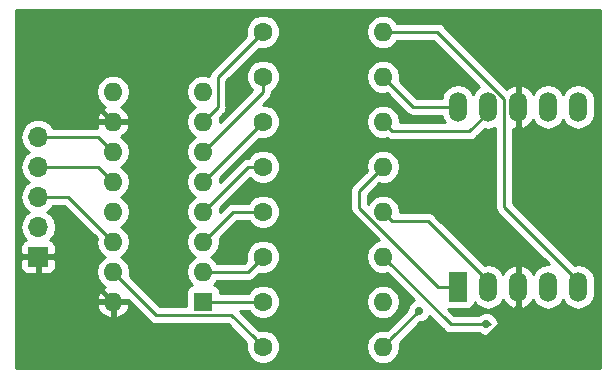
<source format=gbr>
G04 #@! TF.GenerationSoftware,KiCad,Pcbnew,(5.0.1-3-g963ef8bb5)*
G04 #@! TF.CreationDate,2018-11-27T14:44:22+08:00*
G04 #@! TF.ProjectId,SevenSegmentDisplayBoard,536576656E5365676D656E7444697370,1.0*
G04 #@! TF.SameCoordinates,Original*
G04 #@! TF.FileFunction,Copper,L1,Top,Signal*
G04 #@! TF.FilePolarity,Positive*
%FSLAX46Y46*%
G04 Gerber Fmt 4.6, Leading zero omitted, Abs format (unit mm)*
G04 Created by KiCad (PCBNEW (5.0.1-3-g963ef8bb5)) date 2018 November 27, Tuesday 14:44:22*
%MOMM*%
%LPD*%
G01*
G04 APERTURE LIST*
G04 #@! TA.AperFunction,ComponentPad*
%ADD10R,1.700000X1.700000*%
G04 #@! TD*
G04 #@! TA.AperFunction,ComponentPad*
%ADD11O,1.700000X1.700000*%
G04 #@! TD*
G04 #@! TA.AperFunction,ComponentPad*
%ADD12C,1.600000*%
G04 #@! TD*
G04 #@! TA.AperFunction,ComponentPad*
%ADD13O,1.600000X1.600000*%
G04 #@! TD*
G04 #@! TA.AperFunction,ComponentPad*
%ADD14R,1.600000X1.600000*%
G04 #@! TD*
G04 #@! TA.AperFunction,ComponentPad*
%ADD15O,1.524000X2.524000*%
G04 #@! TD*
G04 #@! TA.AperFunction,ComponentPad*
%ADD16R,1.524000X2.524000*%
G04 #@! TD*
G04 #@! TA.AperFunction,ViaPad*
%ADD17C,0.700000*%
G04 #@! TD*
G04 #@! TA.AperFunction,Conductor*
%ADD18C,0.400000*%
G04 #@! TD*
G04 #@! TA.AperFunction,Conductor*
%ADD19C,0.250000*%
G04 #@! TD*
G04 #@! TA.AperFunction,Conductor*
%ADD20C,0.254000*%
G04 #@! TD*
G04 APERTURE END LIST*
D10*
G04 #@! TO.P,J1,1*
G04 #@! TO.N,VCC*
X133350000Y-86360000D03*
D11*
G04 #@! TO.P,J1,2*
G04 #@! TO.N,GND*
X133350000Y-83820000D03*
G04 #@! TO.P,J1,3*
G04 #@! TO.N,/LATCH*
X133350000Y-81280000D03*
G04 #@! TO.P,J1,4*
G04 #@! TO.N,/CLOCK*
X133350000Y-78740000D03*
G04 #@! TO.P,J1,5*
G04 #@! TO.N,/DATA*
X133350000Y-76200000D03*
G04 #@! TD*
D12*
G04 #@! TO.P,R1,1*
G04 #@! TO.N,/sg7*
X152400000Y-67310000D03*
D13*
G04 #@! TO.P,R1,2*
G04 #@! TO.N,Net-(R1-Pad2)*
X162560000Y-67310000D03*
G04 #@! TD*
G04 #@! TO.P,R2,2*
G04 #@! TO.N,Net-(R2-Pad2)*
X162560000Y-71120000D03*
D12*
G04 #@! TO.P,R2,1*
G04 #@! TO.N,/sg6*
X152400000Y-71120000D03*
G04 #@! TD*
G04 #@! TO.P,R3,1*
G04 #@! TO.N,/sg5*
X152400000Y-74930000D03*
D13*
G04 #@! TO.P,R3,2*
G04 #@! TO.N,Net-(R3-Pad2)*
X162560000Y-74930000D03*
G04 #@! TD*
G04 #@! TO.P,R4,2*
G04 #@! TO.N,Net-(R4-Pad2)*
X162560000Y-78740000D03*
D12*
G04 #@! TO.P,R4,1*
G04 #@! TO.N,/sg4*
X152400000Y-78740000D03*
G04 #@! TD*
G04 #@! TO.P,R5,1*
G04 #@! TO.N,/sg3*
X152400000Y-82550000D03*
D13*
G04 #@! TO.P,R5,2*
G04 #@! TO.N,Net-(R5-Pad2)*
X162560000Y-82550000D03*
G04 #@! TD*
G04 #@! TO.P,R6,2*
G04 #@! TO.N,Net-(R6-Pad2)*
X162560000Y-86360000D03*
D12*
G04 #@! TO.P,R6,1*
G04 #@! TO.N,/sg2*
X152400000Y-86360000D03*
G04 #@! TD*
G04 #@! TO.P,R7,1*
G04 #@! TO.N,/sg1*
X152400000Y-90170000D03*
D13*
G04 #@! TO.P,R7,2*
G04 #@! TO.N,Net-(R7-Pad2)*
X162560000Y-90170000D03*
G04 #@! TD*
G04 #@! TO.P,R8,2*
G04 #@! TO.N,Net-(R8-Pad2)*
X162560000Y-93980000D03*
D12*
G04 #@! TO.P,R8,1*
G04 #@! TO.N,/sg0*
X152400000Y-93980000D03*
G04 #@! TD*
D14*
G04 #@! TO.P,U1,1*
G04 #@! TO.N,/sg1*
X147320000Y-90170000D03*
D13*
G04 #@! TO.P,U1,9*
G04 #@! TO.N,Net-(U1-Pad9)*
X139700000Y-72390000D03*
G04 #@! TO.P,U1,2*
G04 #@! TO.N,/sg2*
X147320000Y-87630000D03*
G04 #@! TO.P,U1,10*
G04 #@! TO.N,VCC*
X139700000Y-74930000D03*
G04 #@! TO.P,U1,3*
G04 #@! TO.N,/sg3*
X147320000Y-85090000D03*
G04 #@! TO.P,U1,11*
G04 #@! TO.N,/DATA*
X139700000Y-77470000D03*
G04 #@! TO.P,U1,4*
G04 #@! TO.N,/sg4*
X147320000Y-82550000D03*
G04 #@! TO.P,U1,12*
G04 #@! TO.N,/CLOCK*
X139700000Y-80010000D03*
G04 #@! TO.P,U1,5*
G04 #@! TO.N,/sg5*
X147320000Y-80010000D03*
G04 #@! TO.P,U1,13*
G04 #@! TO.N,GND*
X139700000Y-82550000D03*
G04 #@! TO.P,U1,6*
G04 #@! TO.N,/sg6*
X147320000Y-77470000D03*
G04 #@! TO.P,U1,14*
G04 #@! TO.N,/LATCH*
X139700000Y-85090000D03*
G04 #@! TO.P,U1,7*
G04 #@! TO.N,/sg7*
X147320000Y-74930000D03*
G04 #@! TO.P,U1,15*
G04 #@! TO.N,/sg0*
X139700000Y-87630000D03*
G04 #@! TO.P,U1,8*
G04 #@! TO.N,GND*
X147320000Y-72390000D03*
G04 #@! TO.P,U1,16*
G04 #@! TO.N,VCC*
X139700000Y-90170000D03*
G04 #@! TD*
D15*
G04 #@! TO.P,U2,10*
G04 #@! TO.N,Net-(R2-Pad2)*
X168910000Y-73660000D03*
G04 #@! TO.P,U2,9*
G04 #@! TO.N,Net-(R3-Pad2)*
X171450000Y-73660000D03*
G04 #@! TO.P,U2,8*
G04 #@! TO.N,VCC*
X173990000Y-73660000D03*
G04 #@! TO.P,U2,7*
G04 #@! TO.N,Net-(R8-Pad2)*
X176530000Y-73660000D03*
G04 #@! TO.P,U2,6*
G04 #@! TO.N,Net-(R7-Pad2)*
X179070000Y-73660000D03*
G04 #@! TO.P,U2,5*
G04 #@! TO.N,Net-(R1-Pad2)*
X179070000Y-88900000D03*
G04 #@! TO.P,U2,4*
G04 #@! TO.N,Net-(R6-Pad2)*
X176530000Y-88900000D03*
G04 #@! TO.P,U2,3*
G04 #@! TO.N,VCC*
X173990000Y-88900000D03*
G04 #@! TO.P,U2,2*
G04 #@! TO.N,Net-(R5-Pad2)*
X171450000Y-88900000D03*
D16*
G04 #@! TO.P,U2,1*
G04 #@! TO.N,Net-(R4-Pad2)*
X168910000Y-88900000D03*
G04 #@! TD*
D17*
G04 #@! TO.N,Net-(R6-Pad2)*
X171298959Y-92050959D03*
G04 #@! TO.N,Net-(R8-Pad2)*
X165608000Y-90932000D03*
G04 #@! TD*
D18*
G04 #@! TO.N,VCC*
X135890000Y-86360000D02*
X139700000Y-90170000D01*
X133350000Y-86360000D02*
X135890000Y-86360000D01*
X140970000Y-92710000D02*
X138430000Y-92710000D01*
X133350000Y-87630000D02*
X133350000Y-86360000D01*
X138430000Y-92710000D02*
X133350000Y-87630000D01*
X139700000Y-74930000D02*
X136652000Y-71882000D01*
X136652000Y-71882000D02*
X136652000Y-68580000D01*
X136652000Y-68580000D02*
X139700000Y-65532000D01*
X139700000Y-65532000D02*
X168656000Y-65532000D01*
X173990000Y-70866000D02*
X173990000Y-73660000D01*
X168656000Y-65532000D02*
X173990000Y-70866000D01*
X173990000Y-90562000D02*
X169048000Y-95504000D01*
X173990000Y-88900000D02*
X173990000Y-90562000D01*
X169048000Y-95504000D02*
X149352000Y-95504000D01*
X146558000Y-92710000D02*
X140970000Y-92710000D01*
X149352000Y-95504000D02*
X146558000Y-92710000D01*
X136652000Y-71882000D02*
X133858000Y-71882000D01*
X133858000Y-71882000D02*
X131572000Y-74168000D01*
X132100000Y-86360000D02*
X133350000Y-86360000D01*
X131572000Y-85832000D02*
X132100000Y-86360000D01*
X131572000Y-74168000D02*
X131572000Y-85832000D01*
D19*
G04 #@! TO.N,/LATCH*
X135890000Y-81280000D02*
X139700000Y-85090000D01*
X133350000Y-81280000D02*
X135890000Y-81280000D01*
G04 #@! TO.N,/CLOCK*
X138430000Y-78740000D02*
X139700000Y-80010000D01*
X133350000Y-78740000D02*
X138430000Y-78740000D01*
G04 #@! TO.N,/DATA*
X138430000Y-76200000D02*
X139700000Y-77470000D01*
X133350000Y-76200000D02*
X138430000Y-76200000D01*
G04 #@! TO.N,/sg7*
X148545001Y-71164999D02*
X151600001Y-68109999D01*
X148545001Y-73704999D02*
X148545001Y-71164999D01*
X151600001Y-68109999D02*
X152400000Y-67310000D01*
X147320000Y-74930000D02*
X148545001Y-73704999D01*
G04 #@! TO.N,Net-(R1-Pad2)*
X179070000Y-88400000D02*
X179070000Y-88900000D01*
X172802990Y-82132990D02*
X179070000Y-88400000D01*
X172802990Y-72975726D02*
X172802990Y-82132990D01*
X167137264Y-67310000D02*
X172802990Y-72975726D01*
X162560000Y-67310000D02*
X167137264Y-67310000D01*
G04 #@! TO.N,Net-(R2-Pad2)*
X165100000Y-73660000D02*
X168910000Y-73660000D01*
X162560000Y-71120000D02*
X165100000Y-73660000D01*
G04 #@! TO.N,/sg6*
X152400000Y-72390000D02*
X152400000Y-71120000D01*
X147320000Y-77470000D02*
X152400000Y-72390000D01*
G04 #@! TO.N,/sg5*
X147320000Y-80010000D02*
X152400000Y-74930000D01*
G04 #@! TO.N,Net-(R3-Pad2)*
X171450000Y-74160000D02*
X171450000Y-73660000D01*
X169880001Y-75729999D02*
X171450000Y-74160000D01*
X163359999Y-75729999D02*
X169880001Y-75729999D01*
X162560000Y-74930000D02*
X163359999Y-75729999D01*
G04 #@! TO.N,Net-(R4-Pad2)*
X162560000Y-78740000D02*
X160528000Y-80772000D01*
X167898000Y-88900000D02*
X168910000Y-88900000D01*
X167244998Y-88900000D02*
X167898000Y-88900000D01*
X160528000Y-82183002D02*
X167244998Y-88900000D01*
X160528000Y-80772000D02*
X160528000Y-82183002D01*
G04 #@! TO.N,/sg4*
X151130000Y-78740000D02*
X152400000Y-78740000D01*
X147320000Y-82550000D02*
X151130000Y-78740000D01*
G04 #@! TO.N,/sg3*
X149860000Y-82550000D02*
X152400000Y-82550000D01*
X147320000Y-85090000D02*
X149860000Y-82550000D01*
G04 #@! TO.N,Net-(R5-Pad2)*
X171450000Y-88400000D02*
X171450000Y-88900000D01*
X166399999Y-83349999D02*
X171450000Y-88400000D01*
X163359999Y-83349999D02*
X166399999Y-83349999D01*
X162560000Y-82550000D02*
X163359999Y-83349999D01*
G04 #@! TO.N,Net-(R6-Pad2)*
X162560000Y-86360000D02*
X168275000Y-92075000D01*
X168275000Y-92075000D02*
X171577000Y-92075000D01*
X171323000Y-92075000D02*
X171298959Y-92050959D01*
X171577000Y-92075000D02*
X171323000Y-92075000D01*
G04 #@! TO.N,/sg2*
X151130000Y-87630000D02*
X152400000Y-86360000D01*
X147320000Y-87630000D02*
X151130000Y-87630000D01*
G04 #@! TO.N,/sg1*
X147320000Y-90170000D02*
X152400000Y-90170000D01*
G04 #@! TO.N,Net-(R8-Pad2)*
X162560000Y-93980000D02*
X163359999Y-93180001D01*
X163359999Y-93180001D02*
X165608000Y-90932000D01*
G04 #@! TO.N,/sg0*
X151600001Y-93180001D02*
X152400000Y-93980000D01*
X149715001Y-91295001D02*
X151600001Y-93180001D01*
X143365001Y-91295001D02*
X149715001Y-91295001D01*
X139700000Y-87630000D02*
X143365001Y-91295001D01*
G04 #@! TD*
D20*
G04 #@! TO.N,VCC*
G36*
X180900001Y-95810000D02*
X131520000Y-95810000D01*
X131520000Y-90519039D01*
X138308096Y-90519039D01*
X138468959Y-90907423D01*
X138844866Y-91322389D01*
X139350959Y-91561914D01*
X139573000Y-91440629D01*
X139573000Y-90297000D01*
X139827000Y-90297000D01*
X139827000Y-91440629D01*
X140049041Y-91561914D01*
X140555134Y-91322389D01*
X140931041Y-90907423D01*
X141091904Y-90519039D01*
X140969915Y-90297000D01*
X139827000Y-90297000D01*
X139573000Y-90297000D01*
X138430085Y-90297000D01*
X138308096Y-90519039D01*
X131520000Y-90519039D01*
X131520000Y-86645750D01*
X131865000Y-86645750D01*
X131865000Y-87336310D01*
X131961673Y-87569699D01*
X132140302Y-87748327D01*
X132373691Y-87845000D01*
X133064250Y-87845000D01*
X133223000Y-87686250D01*
X133223000Y-86487000D01*
X133477000Y-86487000D01*
X133477000Y-87686250D01*
X133635750Y-87845000D01*
X134326309Y-87845000D01*
X134559698Y-87748327D01*
X134738327Y-87569699D01*
X134835000Y-87336310D01*
X134835000Y-86645750D01*
X134676250Y-86487000D01*
X133477000Y-86487000D01*
X133223000Y-86487000D01*
X132023750Y-86487000D01*
X131865000Y-86645750D01*
X131520000Y-86645750D01*
X131520000Y-76200000D01*
X131835908Y-76200000D01*
X131951161Y-76779418D01*
X132279375Y-77270625D01*
X132577761Y-77470000D01*
X132279375Y-77669375D01*
X131951161Y-78160582D01*
X131835908Y-78740000D01*
X131951161Y-79319418D01*
X132279375Y-79810625D01*
X132577761Y-80010000D01*
X132279375Y-80209375D01*
X131951161Y-80700582D01*
X131835908Y-81280000D01*
X131951161Y-81859418D01*
X132279375Y-82350625D01*
X132577761Y-82550000D01*
X132279375Y-82749375D01*
X131951161Y-83240582D01*
X131835908Y-83820000D01*
X131951161Y-84399418D01*
X132279375Y-84890625D01*
X132301033Y-84905096D01*
X132140302Y-84971673D01*
X131961673Y-85150301D01*
X131865000Y-85383690D01*
X131865000Y-86074250D01*
X132023750Y-86233000D01*
X133223000Y-86233000D01*
X133223000Y-86213000D01*
X133477000Y-86213000D01*
X133477000Y-86233000D01*
X134676250Y-86233000D01*
X134835000Y-86074250D01*
X134835000Y-85383690D01*
X134738327Y-85150301D01*
X134559698Y-84971673D01*
X134398967Y-84905096D01*
X134420625Y-84890625D01*
X134748839Y-84399418D01*
X134864092Y-83820000D01*
X134748839Y-83240582D01*
X134420625Y-82749375D01*
X134122239Y-82550000D01*
X134420625Y-82350625D01*
X134628178Y-82040000D01*
X135575199Y-82040000D01*
X138301312Y-84766114D01*
X138236887Y-85090000D01*
X138348260Y-85649909D01*
X138665423Y-86124577D01*
X139017758Y-86360000D01*
X138665423Y-86595423D01*
X138348260Y-87070091D01*
X138236887Y-87630000D01*
X138348260Y-88189909D01*
X138665423Y-88664577D01*
X139049108Y-88920947D01*
X138844866Y-89017611D01*
X138468959Y-89432577D01*
X138308096Y-89820961D01*
X138430085Y-90043000D01*
X139573000Y-90043000D01*
X139573000Y-90023000D01*
X139827000Y-90023000D01*
X139827000Y-90043000D01*
X140969915Y-90043000D01*
X140994128Y-89998929D01*
X142774671Y-91779473D01*
X142817072Y-91842930D01*
X143068464Y-92010905D01*
X143290149Y-92055001D01*
X143290153Y-92055001D01*
X143365000Y-92069889D01*
X143439847Y-92055001D01*
X149400200Y-92055001D01*
X150986896Y-93641698D01*
X150965000Y-93694561D01*
X150965000Y-94265439D01*
X151183466Y-94792862D01*
X151587138Y-95196534D01*
X152114561Y-95415000D01*
X152685439Y-95415000D01*
X153212862Y-95196534D01*
X153616534Y-94792862D01*
X153835000Y-94265439D01*
X153835000Y-93694561D01*
X153616534Y-93167138D01*
X153212862Y-92763466D01*
X152685439Y-92545000D01*
X152114561Y-92545000D01*
X152061698Y-92566896D01*
X150424801Y-90930000D01*
X151161570Y-90930000D01*
X151183466Y-90982862D01*
X151587138Y-91386534D01*
X152114561Y-91605000D01*
X152685439Y-91605000D01*
X153212862Y-91386534D01*
X153616534Y-90982862D01*
X153835000Y-90455439D01*
X153835000Y-90170000D01*
X161096887Y-90170000D01*
X161208260Y-90729909D01*
X161525423Y-91204577D01*
X162000091Y-91521740D01*
X162418667Y-91605000D01*
X162701333Y-91605000D01*
X163119909Y-91521740D01*
X163594577Y-91204577D01*
X163911740Y-90729909D01*
X164023113Y-90170000D01*
X163911740Y-89610091D01*
X163594577Y-89135423D01*
X163119909Y-88818260D01*
X162701333Y-88735000D01*
X162418667Y-88735000D01*
X162000091Y-88818260D01*
X161525423Y-89135423D01*
X161208260Y-89610091D01*
X161096887Y-90170000D01*
X153835000Y-90170000D01*
X153835000Y-89884561D01*
X153616534Y-89357138D01*
X153212862Y-88953466D01*
X152685439Y-88735000D01*
X152114561Y-88735000D01*
X151587138Y-88953466D01*
X151183466Y-89357138D01*
X151161570Y-89410000D01*
X148767440Y-89410000D01*
X148767440Y-89370000D01*
X148718157Y-89122235D01*
X148577809Y-88912191D01*
X148367765Y-88771843D01*
X148233894Y-88745215D01*
X148354577Y-88664577D01*
X148538043Y-88390000D01*
X151055153Y-88390000D01*
X151130000Y-88404888D01*
X151204847Y-88390000D01*
X151204852Y-88390000D01*
X151426537Y-88345904D01*
X151677929Y-88177929D01*
X151720331Y-88114470D01*
X152061698Y-87773103D01*
X152114561Y-87795000D01*
X152685439Y-87795000D01*
X153212862Y-87576534D01*
X153616534Y-87172862D01*
X153835000Y-86645439D01*
X153835000Y-86074561D01*
X153616534Y-85547138D01*
X153212862Y-85143466D01*
X152685439Y-84925000D01*
X152114561Y-84925000D01*
X151587138Y-85143466D01*
X151183466Y-85547138D01*
X150965000Y-86074561D01*
X150965000Y-86645439D01*
X150986897Y-86698302D01*
X150815199Y-86870000D01*
X148538043Y-86870000D01*
X148354577Y-86595423D01*
X148002242Y-86360000D01*
X148354577Y-86124577D01*
X148671740Y-85649909D01*
X148783113Y-85090000D01*
X148718688Y-84766114D01*
X150174803Y-83310000D01*
X151161570Y-83310000D01*
X151183466Y-83362862D01*
X151587138Y-83766534D01*
X152114561Y-83985000D01*
X152685439Y-83985000D01*
X153212862Y-83766534D01*
X153616534Y-83362862D01*
X153835000Y-82835439D01*
X153835000Y-82264561D01*
X153616534Y-81737138D01*
X153212862Y-81333466D01*
X152685439Y-81115000D01*
X152114561Y-81115000D01*
X151587138Y-81333466D01*
X151183466Y-81737138D01*
X151161570Y-81790000D01*
X149934846Y-81790000D01*
X149859999Y-81775112D01*
X149785152Y-81790000D01*
X149785148Y-81790000D01*
X149563463Y-81834096D01*
X149563461Y-81834097D01*
X149563462Y-81834097D01*
X149375526Y-81959671D01*
X149375524Y-81959673D01*
X149312071Y-82002071D01*
X149269673Y-82065524D01*
X148782595Y-82552602D01*
X148783113Y-82550000D01*
X148718688Y-82226113D01*
X150172801Y-80772000D01*
X159753112Y-80772000D01*
X159768000Y-80846847D01*
X159768001Y-82108151D01*
X159753112Y-82183002D01*
X159812097Y-82479539D01*
X159859178Y-82550000D01*
X159980072Y-82730931D01*
X160043528Y-82773331D01*
X162232273Y-84962076D01*
X162000091Y-85008260D01*
X161525423Y-85325423D01*
X161208260Y-85800091D01*
X161096887Y-86360000D01*
X161208260Y-86919909D01*
X161525423Y-87394577D01*
X162000091Y-87711740D01*
X162418667Y-87795000D01*
X162701333Y-87795000D01*
X162883887Y-87758688D01*
X165171745Y-90046547D01*
X165050042Y-90096958D01*
X164772958Y-90374042D01*
X164623000Y-90736071D01*
X164623000Y-90842198D01*
X162883887Y-92581312D01*
X162701333Y-92545000D01*
X162418667Y-92545000D01*
X162000091Y-92628260D01*
X161525423Y-92945423D01*
X161208260Y-93420091D01*
X161096887Y-93980000D01*
X161208260Y-94539909D01*
X161525423Y-95014577D01*
X162000091Y-95331740D01*
X162418667Y-95415000D01*
X162701333Y-95415000D01*
X163119909Y-95331740D01*
X163594577Y-95014577D01*
X163911740Y-94539909D01*
X164023113Y-93980000D01*
X163958688Y-93656113D01*
X165697802Y-91917000D01*
X165803929Y-91917000D01*
X166165958Y-91767042D01*
X166443042Y-91489958D01*
X166493453Y-91368255D01*
X167684671Y-92559473D01*
X167727071Y-92622929D01*
X167978463Y-92790904D01*
X168200148Y-92835000D01*
X168200152Y-92835000D01*
X168275000Y-92849888D01*
X168349848Y-92835000D01*
X170690000Y-92835000D01*
X170741001Y-92886001D01*
X171103030Y-93035959D01*
X171494888Y-93035959D01*
X171856917Y-92886001D01*
X172110041Y-92632877D01*
X172124929Y-92622929D01*
X172292904Y-92371537D01*
X172351889Y-92075000D01*
X172292904Y-91778463D01*
X172185927Y-91618361D01*
X172134001Y-91493001D01*
X171856917Y-91215917D01*
X171494888Y-91065959D01*
X171103030Y-91065959D01*
X170741001Y-91215917D01*
X170641918Y-91315000D01*
X168589802Y-91315000D01*
X168068411Y-90793609D01*
X168148000Y-90809440D01*
X169672000Y-90809440D01*
X169919765Y-90760157D01*
X170129809Y-90619809D01*
X170270157Y-90409765D01*
X170310162Y-90208643D01*
X170442821Y-90407180D01*
X170904919Y-90715944D01*
X171450000Y-90824368D01*
X171995082Y-90715944D01*
X172457180Y-90407180D01*
X172731580Y-89996511D01*
X172747941Y-90051941D01*
X173091974Y-90477630D01*
X173572723Y-90739260D01*
X173646930Y-90754220D01*
X173863000Y-90631720D01*
X173863000Y-89027000D01*
X173843000Y-89027000D01*
X173843000Y-88773000D01*
X173863000Y-88773000D01*
X173863000Y-87168280D01*
X173646930Y-87045780D01*
X173572723Y-87060740D01*
X173091974Y-87322370D01*
X172747941Y-87748059D01*
X172731580Y-87803489D01*
X172457179Y-87392820D01*
X171995081Y-87084056D01*
X171450000Y-86975632D01*
X171158431Y-87033629D01*
X166990330Y-82865529D01*
X166947928Y-82802070D01*
X166696536Y-82634095D01*
X166474851Y-82589999D01*
X166474846Y-82589999D01*
X166399999Y-82575111D01*
X166325152Y-82589999D01*
X164015157Y-82589999D01*
X164023113Y-82550000D01*
X163911740Y-81990091D01*
X163594577Y-81515423D01*
X163119909Y-81198260D01*
X162701333Y-81115000D01*
X162418667Y-81115000D01*
X162000091Y-81198260D01*
X161525423Y-81515423D01*
X161289022Y-81869223D01*
X161288000Y-81868201D01*
X161288000Y-81086801D01*
X162236114Y-80138688D01*
X162418667Y-80175000D01*
X162701333Y-80175000D01*
X163119909Y-80091740D01*
X163594577Y-79774577D01*
X163911740Y-79299909D01*
X164023113Y-78740000D01*
X163911740Y-78180091D01*
X163594577Y-77705423D01*
X163119909Y-77388260D01*
X162701333Y-77305000D01*
X162418667Y-77305000D01*
X162000091Y-77388260D01*
X161525423Y-77705423D01*
X161208260Y-78180091D01*
X161096887Y-78740000D01*
X161161312Y-79063886D01*
X160043530Y-80181669D01*
X159980071Y-80224071D01*
X159812096Y-80475464D01*
X159768000Y-80697149D01*
X159768000Y-80697153D01*
X159753112Y-80772000D01*
X150172801Y-80772000D01*
X151287703Y-79657099D01*
X151587138Y-79956534D01*
X152114561Y-80175000D01*
X152685439Y-80175000D01*
X153212862Y-79956534D01*
X153616534Y-79552862D01*
X153835000Y-79025439D01*
X153835000Y-78454561D01*
X153616534Y-77927138D01*
X153212862Y-77523466D01*
X152685439Y-77305000D01*
X152114561Y-77305000D01*
X151587138Y-77523466D01*
X151183466Y-77927138D01*
X151164864Y-77972047D01*
X151130000Y-77965112D01*
X151055152Y-77980000D01*
X151055148Y-77980000D01*
X150881605Y-78014520D01*
X150833462Y-78024096D01*
X150646418Y-78149076D01*
X150582071Y-78192071D01*
X150539671Y-78255527D01*
X148782595Y-80012603D01*
X148783113Y-80010000D01*
X148718688Y-79686113D01*
X152061698Y-76343104D01*
X152114561Y-76365000D01*
X152685439Y-76365000D01*
X153212862Y-76146534D01*
X153616534Y-75742862D01*
X153835000Y-75215439D01*
X153835000Y-74644561D01*
X153616534Y-74117138D01*
X153212862Y-73713466D01*
X152685439Y-73495000D01*
X152369802Y-73495000D01*
X152884473Y-72980329D01*
X152947929Y-72937929D01*
X153115904Y-72686537D01*
X153160000Y-72464852D01*
X153160000Y-72464847D01*
X153174888Y-72390000D01*
X153167953Y-72355136D01*
X153212862Y-72336534D01*
X153616534Y-71932862D01*
X153835000Y-71405439D01*
X153835000Y-70834561D01*
X153616534Y-70307138D01*
X153212862Y-69903466D01*
X152685439Y-69685000D01*
X152114561Y-69685000D01*
X151587138Y-69903466D01*
X151183466Y-70307138D01*
X150965000Y-70834561D01*
X150965000Y-71405439D01*
X151183466Y-71932862D01*
X151482901Y-72232297D01*
X148782595Y-74932603D01*
X148783113Y-74930000D01*
X148718688Y-74606114D01*
X149029474Y-74295328D01*
X149092930Y-74252928D01*
X149260905Y-74001536D01*
X149305001Y-73779851D01*
X149305001Y-73779847D01*
X149319889Y-73705000D01*
X149305001Y-73630153D01*
X149305001Y-71479800D01*
X152061699Y-68723104D01*
X152114561Y-68745000D01*
X152685439Y-68745000D01*
X153212862Y-68526534D01*
X153616534Y-68122862D01*
X153835000Y-67595439D01*
X153835000Y-67310000D01*
X161096887Y-67310000D01*
X161208260Y-67869909D01*
X161525423Y-68344577D01*
X162000091Y-68661740D01*
X162418667Y-68745000D01*
X162701333Y-68745000D01*
X163119909Y-68661740D01*
X163594577Y-68344577D01*
X163778043Y-68070000D01*
X166822463Y-68070000D01*
X170720046Y-71967584D01*
X170442820Y-72152821D01*
X170180000Y-72546159D01*
X169917179Y-72152820D01*
X169455081Y-71844056D01*
X168910000Y-71735632D01*
X168364918Y-71844056D01*
X167902820Y-72152821D01*
X167594056Y-72614919D01*
X167537350Y-72900000D01*
X165414803Y-72900000D01*
X163958688Y-71443886D01*
X164023113Y-71120000D01*
X163911740Y-70560091D01*
X163594577Y-70085423D01*
X163119909Y-69768260D01*
X162701333Y-69685000D01*
X162418667Y-69685000D01*
X162000091Y-69768260D01*
X161525423Y-70085423D01*
X161208260Y-70560091D01*
X161096887Y-71120000D01*
X161208260Y-71679909D01*
X161525423Y-72154577D01*
X162000091Y-72471740D01*
X162418667Y-72555000D01*
X162701333Y-72555000D01*
X162883886Y-72518688D01*
X164509673Y-74144476D01*
X164552071Y-74207929D01*
X164615524Y-74250327D01*
X164615526Y-74250329D01*
X164686255Y-74297588D01*
X164803463Y-74375904D01*
X165025148Y-74420000D01*
X165025152Y-74420000D01*
X165099999Y-74434888D01*
X165174846Y-74420000D01*
X167537349Y-74420000D01*
X167594056Y-74705082D01*
X167771068Y-74969999D01*
X164015157Y-74969999D01*
X164023113Y-74930000D01*
X163911740Y-74370091D01*
X163594577Y-73895423D01*
X163119909Y-73578260D01*
X162701333Y-73495000D01*
X162418667Y-73495000D01*
X162000091Y-73578260D01*
X161525423Y-73895423D01*
X161208260Y-74370091D01*
X161096887Y-74930000D01*
X161208260Y-75489909D01*
X161525423Y-75964577D01*
X162000091Y-76281740D01*
X162418667Y-76365000D01*
X162701333Y-76365000D01*
X162887084Y-76328052D01*
X162942382Y-76365000D01*
X163063462Y-76445903D01*
X163285147Y-76489999D01*
X163285151Y-76489999D01*
X163359998Y-76504887D01*
X163434845Y-76489999D01*
X169805154Y-76489999D01*
X169880001Y-76504887D01*
X169954848Y-76489999D01*
X169954853Y-76489999D01*
X170176538Y-76445903D01*
X170427930Y-76277928D01*
X170470332Y-76214469D01*
X171158431Y-75526371D01*
X171450000Y-75584368D01*
X171995082Y-75475944D01*
X172042990Y-75443933D01*
X172042991Y-82058138D01*
X172028102Y-82132990D01*
X172087087Y-82429527D01*
X172167585Y-82550000D01*
X172255062Y-82680919D01*
X172318518Y-82723319D01*
X176580969Y-86985770D01*
X176530000Y-86975632D01*
X175984918Y-87084056D01*
X175522820Y-87392821D01*
X175248420Y-87803490D01*
X175232059Y-87748059D01*
X174888026Y-87322370D01*
X174407277Y-87060740D01*
X174333070Y-87045780D01*
X174117000Y-87168280D01*
X174117000Y-88773000D01*
X174137000Y-88773000D01*
X174137000Y-89027000D01*
X174117000Y-89027000D01*
X174117000Y-90631720D01*
X174333070Y-90754220D01*
X174407277Y-90739260D01*
X174888026Y-90477630D01*
X175232059Y-90051941D01*
X175248420Y-89996511D01*
X175522821Y-90407180D01*
X175984919Y-90715944D01*
X176530000Y-90824368D01*
X177075082Y-90715944D01*
X177537180Y-90407180D01*
X177800000Y-90013842D01*
X178062821Y-90407180D01*
X178524919Y-90715944D01*
X179070000Y-90824368D01*
X179615082Y-90715944D01*
X180077180Y-90407180D01*
X180385944Y-89945082D01*
X180467000Y-89537588D01*
X180467000Y-88262412D01*
X180385944Y-87854918D01*
X180077179Y-87392820D01*
X179615081Y-87084056D01*
X179070000Y-86975632D01*
X178778431Y-87033629D01*
X173562990Y-81818189D01*
X173562990Y-75493963D01*
X173572723Y-75499260D01*
X173646930Y-75514220D01*
X173863000Y-75391720D01*
X173863000Y-73787000D01*
X173843000Y-73787000D01*
X173843000Y-73533000D01*
X173863000Y-73533000D01*
X173863000Y-71928280D01*
X174117000Y-71928280D01*
X174117000Y-73533000D01*
X174137000Y-73533000D01*
X174137000Y-73787000D01*
X174117000Y-73787000D01*
X174117000Y-75391720D01*
X174333070Y-75514220D01*
X174407277Y-75499260D01*
X174888026Y-75237630D01*
X175232059Y-74811941D01*
X175248420Y-74756511D01*
X175522821Y-75167180D01*
X175984919Y-75475944D01*
X176530000Y-75584368D01*
X177075082Y-75475944D01*
X177537180Y-75167180D01*
X177800000Y-74773842D01*
X178062821Y-75167180D01*
X178524919Y-75475944D01*
X179070000Y-75584368D01*
X179615082Y-75475944D01*
X180077180Y-75167180D01*
X180385944Y-74705082D01*
X180467000Y-74297588D01*
X180467000Y-73022412D01*
X180385944Y-72614918D01*
X180077179Y-72152820D01*
X179615081Y-71844056D01*
X179070000Y-71735632D01*
X178524918Y-71844056D01*
X178062820Y-72152821D01*
X177800000Y-72546159D01*
X177537179Y-72152820D01*
X177075081Y-71844056D01*
X176530000Y-71735632D01*
X175984918Y-71844056D01*
X175522820Y-72152821D01*
X175248420Y-72563490D01*
X175232059Y-72508059D01*
X174888026Y-72082370D01*
X174407277Y-71820740D01*
X174333070Y-71805780D01*
X174117000Y-71928280D01*
X173863000Y-71928280D01*
X173646930Y-71805780D01*
X173572723Y-71820740D01*
X173091974Y-72082370D01*
X173043909Y-72141843D01*
X167727595Y-66825530D01*
X167685193Y-66762071D01*
X167433801Y-66594096D01*
X167212116Y-66550000D01*
X167212111Y-66550000D01*
X167137264Y-66535112D01*
X167062417Y-66550000D01*
X163778043Y-66550000D01*
X163594577Y-66275423D01*
X163119909Y-65958260D01*
X162701333Y-65875000D01*
X162418667Y-65875000D01*
X162000091Y-65958260D01*
X161525423Y-66275423D01*
X161208260Y-66750091D01*
X161096887Y-67310000D01*
X153835000Y-67310000D01*
X153835000Y-67024561D01*
X153616534Y-66497138D01*
X153212862Y-66093466D01*
X152685439Y-65875000D01*
X152114561Y-65875000D01*
X151587138Y-66093466D01*
X151183466Y-66497138D01*
X150965000Y-67024561D01*
X150965000Y-67595439D01*
X150986896Y-67648301D01*
X148060529Y-70574670D01*
X147997073Y-70617070D01*
X147954673Y-70680526D01*
X147954672Y-70680527D01*
X147829098Y-70868462D01*
X147798542Y-71022075D01*
X147461333Y-70955000D01*
X147178667Y-70955000D01*
X146760091Y-71038260D01*
X146285423Y-71355423D01*
X145968260Y-71830091D01*
X145856887Y-72390000D01*
X145968260Y-72949909D01*
X146285423Y-73424577D01*
X146637758Y-73660000D01*
X146285423Y-73895423D01*
X145968260Y-74370091D01*
X145856887Y-74930000D01*
X145968260Y-75489909D01*
X146285423Y-75964577D01*
X146637758Y-76200000D01*
X146285423Y-76435423D01*
X145968260Y-76910091D01*
X145856887Y-77470000D01*
X145968260Y-78029909D01*
X146285423Y-78504577D01*
X146637758Y-78740000D01*
X146285423Y-78975423D01*
X145968260Y-79450091D01*
X145856887Y-80010000D01*
X145968260Y-80569909D01*
X146285423Y-81044577D01*
X146637758Y-81280000D01*
X146285423Y-81515423D01*
X145968260Y-81990091D01*
X145856887Y-82550000D01*
X145968260Y-83109909D01*
X146285423Y-83584577D01*
X146637758Y-83820000D01*
X146285423Y-84055423D01*
X145968260Y-84530091D01*
X145856887Y-85090000D01*
X145968260Y-85649909D01*
X146285423Y-86124577D01*
X146637758Y-86360000D01*
X146285423Y-86595423D01*
X145968260Y-87070091D01*
X145856887Y-87630000D01*
X145968260Y-88189909D01*
X146285423Y-88664577D01*
X146406106Y-88745215D01*
X146272235Y-88771843D01*
X146062191Y-88912191D01*
X145921843Y-89122235D01*
X145872560Y-89370000D01*
X145872560Y-90535001D01*
X143679803Y-90535001D01*
X141098688Y-87953887D01*
X141163113Y-87630000D01*
X141051740Y-87070091D01*
X140734577Y-86595423D01*
X140382242Y-86360000D01*
X140734577Y-86124577D01*
X141051740Y-85649909D01*
X141163113Y-85090000D01*
X141051740Y-84530091D01*
X140734577Y-84055423D01*
X140382242Y-83820000D01*
X140734577Y-83584577D01*
X141051740Y-83109909D01*
X141163113Y-82550000D01*
X141051740Y-81990091D01*
X140734577Y-81515423D01*
X140382242Y-81280000D01*
X140734577Y-81044577D01*
X141051740Y-80569909D01*
X141163113Y-80010000D01*
X141051740Y-79450091D01*
X140734577Y-78975423D01*
X140382242Y-78740000D01*
X140734577Y-78504577D01*
X141051740Y-78029909D01*
X141163113Y-77470000D01*
X141051740Y-76910091D01*
X140734577Y-76435423D01*
X140350892Y-76179053D01*
X140555134Y-76082389D01*
X140931041Y-75667423D01*
X141091904Y-75279039D01*
X140969915Y-75057000D01*
X139827000Y-75057000D01*
X139827000Y-75077000D01*
X139573000Y-75077000D01*
X139573000Y-75057000D01*
X138430085Y-75057000D01*
X138308096Y-75279039D01*
X138373271Y-75436396D01*
X138355153Y-75440000D01*
X134628178Y-75440000D01*
X134420625Y-75129375D01*
X133929418Y-74801161D01*
X133496256Y-74715000D01*
X133203744Y-74715000D01*
X132770582Y-74801161D01*
X132279375Y-75129375D01*
X131951161Y-75620582D01*
X131835908Y-76200000D01*
X131520000Y-76200000D01*
X131520000Y-72390000D01*
X138236887Y-72390000D01*
X138348260Y-72949909D01*
X138665423Y-73424577D01*
X139049108Y-73680947D01*
X138844866Y-73777611D01*
X138468959Y-74192577D01*
X138308096Y-74580961D01*
X138430085Y-74803000D01*
X139573000Y-74803000D01*
X139573000Y-74783000D01*
X139827000Y-74783000D01*
X139827000Y-74803000D01*
X140969915Y-74803000D01*
X141091904Y-74580961D01*
X140931041Y-74192577D01*
X140555134Y-73777611D01*
X140350892Y-73680947D01*
X140734577Y-73424577D01*
X141051740Y-72949909D01*
X141163113Y-72390000D01*
X141051740Y-71830091D01*
X140734577Y-71355423D01*
X140259909Y-71038260D01*
X139841333Y-70955000D01*
X139558667Y-70955000D01*
X139140091Y-71038260D01*
X138665423Y-71355423D01*
X138348260Y-71830091D01*
X138236887Y-72390000D01*
X131520000Y-72390000D01*
X131520000Y-65480000D01*
X180900000Y-65480000D01*
X180900001Y-95810000D01*
X180900001Y-95810000D01*
G37*
X180900001Y-95810000D02*
X131520000Y-95810000D01*
X131520000Y-90519039D01*
X138308096Y-90519039D01*
X138468959Y-90907423D01*
X138844866Y-91322389D01*
X139350959Y-91561914D01*
X139573000Y-91440629D01*
X139573000Y-90297000D01*
X139827000Y-90297000D01*
X139827000Y-91440629D01*
X140049041Y-91561914D01*
X140555134Y-91322389D01*
X140931041Y-90907423D01*
X141091904Y-90519039D01*
X140969915Y-90297000D01*
X139827000Y-90297000D01*
X139573000Y-90297000D01*
X138430085Y-90297000D01*
X138308096Y-90519039D01*
X131520000Y-90519039D01*
X131520000Y-86645750D01*
X131865000Y-86645750D01*
X131865000Y-87336310D01*
X131961673Y-87569699D01*
X132140302Y-87748327D01*
X132373691Y-87845000D01*
X133064250Y-87845000D01*
X133223000Y-87686250D01*
X133223000Y-86487000D01*
X133477000Y-86487000D01*
X133477000Y-87686250D01*
X133635750Y-87845000D01*
X134326309Y-87845000D01*
X134559698Y-87748327D01*
X134738327Y-87569699D01*
X134835000Y-87336310D01*
X134835000Y-86645750D01*
X134676250Y-86487000D01*
X133477000Y-86487000D01*
X133223000Y-86487000D01*
X132023750Y-86487000D01*
X131865000Y-86645750D01*
X131520000Y-86645750D01*
X131520000Y-76200000D01*
X131835908Y-76200000D01*
X131951161Y-76779418D01*
X132279375Y-77270625D01*
X132577761Y-77470000D01*
X132279375Y-77669375D01*
X131951161Y-78160582D01*
X131835908Y-78740000D01*
X131951161Y-79319418D01*
X132279375Y-79810625D01*
X132577761Y-80010000D01*
X132279375Y-80209375D01*
X131951161Y-80700582D01*
X131835908Y-81280000D01*
X131951161Y-81859418D01*
X132279375Y-82350625D01*
X132577761Y-82550000D01*
X132279375Y-82749375D01*
X131951161Y-83240582D01*
X131835908Y-83820000D01*
X131951161Y-84399418D01*
X132279375Y-84890625D01*
X132301033Y-84905096D01*
X132140302Y-84971673D01*
X131961673Y-85150301D01*
X131865000Y-85383690D01*
X131865000Y-86074250D01*
X132023750Y-86233000D01*
X133223000Y-86233000D01*
X133223000Y-86213000D01*
X133477000Y-86213000D01*
X133477000Y-86233000D01*
X134676250Y-86233000D01*
X134835000Y-86074250D01*
X134835000Y-85383690D01*
X134738327Y-85150301D01*
X134559698Y-84971673D01*
X134398967Y-84905096D01*
X134420625Y-84890625D01*
X134748839Y-84399418D01*
X134864092Y-83820000D01*
X134748839Y-83240582D01*
X134420625Y-82749375D01*
X134122239Y-82550000D01*
X134420625Y-82350625D01*
X134628178Y-82040000D01*
X135575199Y-82040000D01*
X138301312Y-84766114D01*
X138236887Y-85090000D01*
X138348260Y-85649909D01*
X138665423Y-86124577D01*
X139017758Y-86360000D01*
X138665423Y-86595423D01*
X138348260Y-87070091D01*
X138236887Y-87630000D01*
X138348260Y-88189909D01*
X138665423Y-88664577D01*
X139049108Y-88920947D01*
X138844866Y-89017611D01*
X138468959Y-89432577D01*
X138308096Y-89820961D01*
X138430085Y-90043000D01*
X139573000Y-90043000D01*
X139573000Y-90023000D01*
X139827000Y-90023000D01*
X139827000Y-90043000D01*
X140969915Y-90043000D01*
X140994128Y-89998929D01*
X142774671Y-91779473D01*
X142817072Y-91842930D01*
X143068464Y-92010905D01*
X143290149Y-92055001D01*
X143290153Y-92055001D01*
X143365000Y-92069889D01*
X143439847Y-92055001D01*
X149400200Y-92055001D01*
X150986896Y-93641698D01*
X150965000Y-93694561D01*
X150965000Y-94265439D01*
X151183466Y-94792862D01*
X151587138Y-95196534D01*
X152114561Y-95415000D01*
X152685439Y-95415000D01*
X153212862Y-95196534D01*
X153616534Y-94792862D01*
X153835000Y-94265439D01*
X153835000Y-93694561D01*
X153616534Y-93167138D01*
X153212862Y-92763466D01*
X152685439Y-92545000D01*
X152114561Y-92545000D01*
X152061698Y-92566896D01*
X150424801Y-90930000D01*
X151161570Y-90930000D01*
X151183466Y-90982862D01*
X151587138Y-91386534D01*
X152114561Y-91605000D01*
X152685439Y-91605000D01*
X153212862Y-91386534D01*
X153616534Y-90982862D01*
X153835000Y-90455439D01*
X153835000Y-90170000D01*
X161096887Y-90170000D01*
X161208260Y-90729909D01*
X161525423Y-91204577D01*
X162000091Y-91521740D01*
X162418667Y-91605000D01*
X162701333Y-91605000D01*
X163119909Y-91521740D01*
X163594577Y-91204577D01*
X163911740Y-90729909D01*
X164023113Y-90170000D01*
X163911740Y-89610091D01*
X163594577Y-89135423D01*
X163119909Y-88818260D01*
X162701333Y-88735000D01*
X162418667Y-88735000D01*
X162000091Y-88818260D01*
X161525423Y-89135423D01*
X161208260Y-89610091D01*
X161096887Y-90170000D01*
X153835000Y-90170000D01*
X153835000Y-89884561D01*
X153616534Y-89357138D01*
X153212862Y-88953466D01*
X152685439Y-88735000D01*
X152114561Y-88735000D01*
X151587138Y-88953466D01*
X151183466Y-89357138D01*
X151161570Y-89410000D01*
X148767440Y-89410000D01*
X148767440Y-89370000D01*
X148718157Y-89122235D01*
X148577809Y-88912191D01*
X148367765Y-88771843D01*
X148233894Y-88745215D01*
X148354577Y-88664577D01*
X148538043Y-88390000D01*
X151055153Y-88390000D01*
X151130000Y-88404888D01*
X151204847Y-88390000D01*
X151204852Y-88390000D01*
X151426537Y-88345904D01*
X151677929Y-88177929D01*
X151720331Y-88114470D01*
X152061698Y-87773103D01*
X152114561Y-87795000D01*
X152685439Y-87795000D01*
X153212862Y-87576534D01*
X153616534Y-87172862D01*
X153835000Y-86645439D01*
X153835000Y-86074561D01*
X153616534Y-85547138D01*
X153212862Y-85143466D01*
X152685439Y-84925000D01*
X152114561Y-84925000D01*
X151587138Y-85143466D01*
X151183466Y-85547138D01*
X150965000Y-86074561D01*
X150965000Y-86645439D01*
X150986897Y-86698302D01*
X150815199Y-86870000D01*
X148538043Y-86870000D01*
X148354577Y-86595423D01*
X148002242Y-86360000D01*
X148354577Y-86124577D01*
X148671740Y-85649909D01*
X148783113Y-85090000D01*
X148718688Y-84766114D01*
X150174803Y-83310000D01*
X151161570Y-83310000D01*
X151183466Y-83362862D01*
X151587138Y-83766534D01*
X152114561Y-83985000D01*
X152685439Y-83985000D01*
X153212862Y-83766534D01*
X153616534Y-83362862D01*
X153835000Y-82835439D01*
X153835000Y-82264561D01*
X153616534Y-81737138D01*
X153212862Y-81333466D01*
X152685439Y-81115000D01*
X152114561Y-81115000D01*
X151587138Y-81333466D01*
X151183466Y-81737138D01*
X151161570Y-81790000D01*
X149934846Y-81790000D01*
X149859999Y-81775112D01*
X149785152Y-81790000D01*
X149785148Y-81790000D01*
X149563463Y-81834096D01*
X149563461Y-81834097D01*
X149563462Y-81834097D01*
X149375526Y-81959671D01*
X149375524Y-81959673D01*
X149312071Y-82002071D01*
X149269673Y-82065524D01*
X148782595Y-82552602D01*
X148783113Y-82550000D01*
X148718688Y-82226113D01*
X150172801Y-80772000D01*
X159753112Y-80772000D01*
X159768000Y-80846847D01*
X159768001Y-82108151D01*
X159753112Y-82183002D01*
X159812097Y-82479539D01*
X159859178Y-82550000D01*
X159980072Y-82730931D01*
X160043528Y-82773331D01*
X162232273Y-84962076D01*
X162000091Y-85008260D01*
X161525423Y-85325423D01*
X161208260Y-85800091D01*
X161096887Y-86360000D01*
X161208260Y-86919909D01*
X161525423Y-87394577D01*
X162000091Y-87711740D01*
X162418667Y-87795000D01*
X162701333Y-87795000D01*
X162883887Y-87758688D01*
X165171745Y-90046547D01*
X165050042Y-90096958D01*
X164772958Y-90374042D01*
X164623000Y-90736071D01*
X164623000Y-90842198D01*
X162883887Y-92581312D01*
X162701333Y-92545000D01*
X162418667Y-92545000D01*
X162000091Y-92628260D01*
X161525423Y-92945423D01*
X161208260Y-93420091D01*
X161096887Y-93980000D01*
X161208260Y-94539909D01*
X161525423Y-95014577D01*
X162000091Y-95331740D01*
X162418667Y-95415000D01*
X162701333Y-95415000D01*
X163119909Y-95331740D01*
X163594577Y-95014577D01*
X163911740Y-94539909D01*
X164023113Y-93980000D01*
X163958688Y-93656113D01*
X165697802Y-91917000D01*
X165803929Y-91917000D01*
X166165958Y-91767042D01*
X166443042Y-91489958D01*
X166493453Y-91368255D01*
X167684671Y-92559473D01*
X167727071Y-92622929D01*
X167978463Y-92790904D01*
X168200148Y-92835000D01*
X168200152Y-92835000D01*
X168275000Y-92849888D01*
X168349848Y-92835000D01*
X170690000Y-92835000D01*
X170741001Y-92886001D01*
X171103030Y-93035959D01*
X171494888Y-93035959D01*
X171856917Y-92886001D01*
X172110041Y-92632877D01*
X172124929Y-92622929D01*
X172292904Y-92371537D01*
X172351889Y-92075000D01*
X172292904Y-91778463D01*
X172185927Y-91618361D01*
X172134001Y-91493001D01*
X171856917Y-91215917D01*
X171494888Y-91065959D01*
X171103030Y-91065959D01*
X170741001Y-91215917D01*
X170641918Y-91315000D01*
X168589802Y-91315000D01*
X168068411Y-90793609D01*
X168148000Y-90809440D01*
X169672000Y-90809440D01*
X169919765Y-90760157D01*
X170129809Y-90619809D01*
X170270157Y-90409765D01*
X170310162Y-90208643D01*
X170442821Y-90407180D01*
X170904919Y-90715944D01*
X171450000Y-90824368D01*
X171995082Y-90715944D01*
X172457180Y-90407180D01*
X172731580Y-89996511D01*
X172747941Y-90051941D01*
X173091974Y-90477630D01*
X173572723Y-90739260D01*
X173646930Y-90754220D01*
X173863000Y-90631720D01*
X173863000Y-89027000D01*
X173843000Y-89027000D01*
X173843000Y-88773000D01*
X173863000Y-88773000D01*
X173863000Y-87168280D01*
X173646930Y-87045780D01*
X173572723Y-87060740D01*
X173091974Y-87322370D01*
X172747941Y-87748059D01*
X172731580Y-87803489D01*
X172457179Y-87392820D01*
X171995081Y-87084056D01*
X171450000Y-86975632D01*
X171158431Y-87033629D01*
X166990330Y-82865529D01*
X166947928Y-82802070D01*
X166696536Y-82634095D01*
X166474851Y-82589999D01*
X166474846Y-82589999D01*
X166399999Y-82575111D01*
X166325152Y-82589999D01*
X164015157Y-82589999D01*
X164023113Y-82550000D01*
X163911740Y-81990091D01*
X163594577Y-81515423D01*
X163119909Y-81198260D01*
X162701333Y-81115000D01*
X162418667Y-81115000D01*
X162000091Y-81198260D01*
X161525423Y-81515423D01*
X161289022Y-81869223D01*
X161288000Y-81868201D01*
X161288000Y-81086801D01*
X162236114Y-80138688D01*
X162418667Y-80175000D01*
X162701333Y-80175000D01*
X163119909Y-80091740D01*
X163594577Y-79774577D01*
X163911740Y-79299909D01*
X164023113Y-78740000D01*
X163911740Y-78180091D01*
X163594577Y-77705423D01*
X163119909Y-77388260D01*
X162701333Y-77305000D01*
X162418667Y-77305000D01*
X162000091Y-77388260D01*
X161525423Y-77705423D01*
X161208260Y-78180091D01*
X161096887Y-78740000D01*
X161161312Y-79063886D01*
X160043530Y-80181669D01*
X159980071Y-80224071D01*
X159812096Y-80475464D01*
X159768000Y-80697149D01*
X159768000Y-80697153D01*
X159753112Y-80772000D01*
X150172801Y-80772000D01*
X151287703Y-79657099D01*
X151587138Y-79956534D01*
X152114561Y-80175000D01*
X152685439Y-80175000D01*
X153212862Y-79956534D01*
X153616534Y-79552862D01*
X153835000Y-79025439D01*
X153835000Y-78454561D01*
X153616534Y-77927138D01*
X153212862Y-77523466D01*
X152685439Y-77305000D01*
X152114561Y-77305000D01*
X151587138Y-77523466D01*
X151183466Y-77927138D01*
X151164864Y-77972047D01*
X151130000Y-77965112D01*
X151055152Y-77980000D01*
X151055148Y-77980000D01*
X150881605Y-78014520D01*
X150833462Y-78024096D01*
X150646418Y-78149076D01*
X150582071Y-78192071D01*
X150539671Y-78255527D01*
X148782595Y-80012603D01*
X148783113Y-80010000D01*
X148718688Y-79686113D01*
X152061698Y-76343104D01*
X152114561Y-76365000D01*
X152685439Y-76365000D01*
X153212862Y-76146534D01*
X153616534Y-75742862D01*
X153835000Y-75215439D01*
X153835000Y-74644561D01*
X153616534Y-74117138D01*
X153212862Y-73713466D01*
X152685439Y-73495000D01*
X152369802Y-73495000D01*
X152884473Y-72980329D01*
X152947929Y-72937929D01*
X153115904Y-72686537D01*
X153160000Y-72464852D01*
X153160000Y-72464847D01*
X153174888Y-72390000D01*
X153167953Y-72355136D01*
X153212862Y-72336534D01*
X153616534Y-71932862D01*
X153835000Y-71405439D01*
X153835000Y-70834561D01*
X153616534Y-70307138D01*
X153212862Y-69903466D01*
X152685439Y-69685000D01*
X152114561Y-69685000D01*
X151587138Y-69903466D01*
X151183466Y-70307138D01*
X150965000Y-70834561D01*
X150965000Y-71405439D01*
X151183466Y-71932862D01*
X151482901Y-72232297D01*
X148782595Y-74932603D01*
X148783113Y-74930000D01*
X148718688Y-74606114D01*
X149029474Y-74295328D01*
X149092930Y-74252928D01*
X149260905Y-74001536D01*
X149305001Y-73779851D01*
X149305001Y-73779847D01*
X149319889Y-73705000D01*
X149305001Y-73630153D01*
X149305001Y-71479800D01*
X152061699Y-68723104D01*
X152114561Y-68745000D01*
X152685439Y-68745000D01*
X153212862Y-68526534D01*
X153616534Y-68122862D01*
X153835000Y-67595439D01*
X153835000Y-67310000D01*
X161096887Y-67310000D01*
X161208260Y-67869909D01*
X161525423Y-68344577D01*
X162000091Y-68661740D01*
X162418667Y-68745000D01*
X162701333Y-68745000D01*
X163119909Y-68661740D01*
X163594577Y-68344577D01*
X163778043Y-68070000D01*
X166822463Y-68070000D01*
X170720046Y-71967584D01*
X170442820Y-72152821D01*
X170180000Y-72546159D01*
X169917179Y-72152820D01*
X169455081Y-71844056D01*
X168910000Y-71735632D01*
X168364918Y-71844056D01*
X167902820Y-72152821D01*
X167594056Y-72614919D01*
X167537350Y-72900000D01*
X165414803Y-72900000D01*
X163958688Y-71443886D01*
X164023113Y-71120000D01*
X163911740Y-70560091D01*
X163594577Y-70085423D01*
X163119909Y-69768260D01*
X162701333Y-69685000D01*
X162418667Y-69685000D01*
X162000091Y-69768260D01*
X161525423Y-70085423D01*
X161208260Y-70560091D01*
X161096887Y-71120000D01*
X161208260Y-71679909D01*
X161525423Y-72154577D01*
X162000091Y-72471740D01*
X162418667Y-72555000D01*
X162701333Y-72555000D01*
X162883886Y-72518688D01*
X164509673Y-74144476D01*
X164552071Y-74207929D01*
X164615524Y-74250327D01*
X164615526Y-74250329D01*
X164686255Y-74297588D01*
X164803463Y-74375904D01*
X165025148Y-74420000D01*
X165025152Y-74420000D01*
X165099999Y-74434888D01*
X165174846Y-74420000D01*
X167537349Y-74420000D01*
X167594056Y-74705082D01*
X167771068Y-74969999D01*
X164015157Y-74969999D01*
X164023113Y-74930000D01*
X163911740Y-74370091D01*
X163594577Y-73895423D01*
X163119909Y-73578260D01*
X162701333Y-73495000D01*
X162418667Y-73495000D01*
X162000091Y-73578260D01*
X161525423Y-73895423D01*
X161208260Y-74370091D01*
X161096887Y-74930000D01*
X161208260Y-75489909D01*
X161525423Y-75964577D01*
X162000091Y-76281740D01*
X162418667Y-76365000D01*
X162701333Y-76365000D01*
X162887084Y-76328052D01*
X162942382Y-76365000D01*
X163063462Y-76445903D01*
X163285147Y-76489999D01*
X163285151Y-76489999D01*
X163359998Y-76504887D01*
X163434845Y-76489999D01*
X169805154Y-76489999D01*
X169880001Y-76504887D01*
X169954848Y-76489999D01*
X169954853Y-76489999D01*
X170176538Y-76445903D01*
X170427930Y-76277928D01*
X170470332Y-76214469D01*
X171158431Y-75526371D01*
X171450000Y-75584368D01*
X171995082Y-75475944D01*
X172042990Y-75443933D01*
X172042991Y-82058138D01*
X172028102Y-82132990D01*
X172087087Y-82429527D01*
X172167585Y-82550000D01*
X172255062Y-82680919D01*
X172318518Y-82723319D01*
X176580969Y-86985770D01*
X176530000Y-86975632D01*
X175984918Y-87084056D01*
X175522820Y-87392821D01*
X175248420Y-87803490D01*
X175232059Y-87748059D01*
X174888026Y-87322370D01*
X174407277Y-87060740D01*
X174333070Y-87045780D01*
X174117000Y-87168280D01*
X174117000Y-88773000D01*
X174137000Y-88773000D01*
X174137000Y-89027000D01*
X174117000Y-89027000D01*
X174117000Y-90631720D01*
X174333070Y-90754220D01*
X174407277Y-90739260D01*
X174888026Y-90477630D01*
X175232059Y-90051941D01*
X175248420Y-89996511D01*
X175522821Y-90407180D01*
X175984919Y-90715944D01*
X176530000Y-90824368D01*
X177075082Y-90715944D01*
X177537180Y-90407180D01*
X177800000Y-90013842D01*
X178062821Y-90407180D01*
X178524919Y-90715944D01*
X179070000Y-90824368D01*
X179615082Y-90715944D01*
X180077180Y-90407180D01*
X180385944Y-89945082D01*
X180467000Y-89537588D01*
X180467000Y-88262412D01*
X180385944Y-87854918D01*
X180077179Y-87392820D01*
X179615081Y-87084056D01*
X179070000Y-86975632D01*
X178778431Y-87033629D01*
X173562990Y-81818189D01*
X173562990Y-75493963D01*
X173572723Y-75499260D01*
X173646930Y-75514220D01*
X173863000Y-75391720D01*
X173863000Y-73787000D01*
X173843000Y-73787000D01*
X173843000Y-73533000D01*
X173863000Y-73533000D01*
X173863000Y-71928280D01*
X174117000Y-71928280D01*
X174117000Y-73533000D01*
X174137000Y-73533000D01*
X174137000Y-73787000D01*
X174117000Y-73787000D01*
X174117000Y-75391720D01*
X174333070Y-75514220D01*
X174407277Y-75499260D01*
X174888026Y-75237630D01*
X175232059Y-74811941D01*
X175248420Y-74756511D01*
X175522821Y-75167180D01*
X175984919Y-75475944D01*
X176530000Y-75584368D01*
X177075082Y-75475944D01*
X177537180Y-75167180D01*
X177800000Y-74773842D01*
X178062821Y-75167180D01*
X178524919Y-75475944D01*
X179070000Y-75584368D01*
X179615082Y-75475944D01*
X180077180Y-75167180D01*
X180385944Y-74705082D01*
X180467000Y-74297588D01*
X180467000Y-73022412D01*
X180385944Y-72614918D01*
X180077179Y-72152820D01*
X179615081Y-71844056D01*
X179070000Y-71735632D01*
X178524918Y-71844056D01*
X178062820Y-72152821D01*
X177800000Y-72546159D01*
X177537179Y-72152820D01*
X177075081Y-71844056D01*
X176530000Y-71735632D01*
X175984918Y-71844056D01*
X175522820Y-72152821D01*
X175248420Y-72563490D01*
X175232059Y-72508059D01*
X174888026Y-72082370D01*
X174407277Y-71820740D01*
X174333070Y-71805780D01*
X174117000Y-71928280D01*
X173863000Y-71928280D01*
X173646930Y-71805780D01*
X173572723Y-71820740D01*
X173091974Y-72082370D01*
X173043909Y-72141843D01*
X167727595Y-66825530D01*
X167685193Y-66762071D01*
X167433801Y-66594096D01*
X167212116Y-66550000D01*
X167212111Y-66550000D01*
X167137264Y-66535112D01*
X167062417Y-66550000D01*
X163778043Y-66550000D01*
X163594577Y-66275423D01*
X163119909Y-65958260D01*
X162701333Y-65875000D01*
X162418667Y-65875000D01*
X162000091Y-65958260D01*
X161525423Y-66275423D01*
X161208260Y-66750091D01*
X161096887Y-67310000D01*
X153835000Y-67310000D01*
X153835000Y-67024561D01*
X153616534Y-66497138D01*
X153212862Y-66093466D01*
X152685439Y-65875000D01*
X152114561Y-65875000D01*
X151587138Y-66093466D01*
X151183466Y-66497138D01*
X150965000Y-67024561D01*
X150965000Y-67595439D01*
X150986896Y-67648301D01*
X148060529Y-70574670D01*
X147997073Y-70617070D01*
X147954673Y-70680526D01*
X147954672Y-70680527D01*
X147829098Y-70868462D01*
X147798542Y-71022075D01*
X147461333Y-70955000D01*
X147178667Y-70955000D01*
X146760091Y-71038260D01*
X146285423Y-71355423D01*
X145968260Y-71830091D01*
X145856887Y-72390000D01*
X145968260Y-72949909D01*
X146285423Y-73424577D01*
X146637758Y-73660000D01*
X146285423Y-73895423D01*
X145968260Y-74370091D01*
X145856887Y-74930000D01*
X145968260Y-75489909D01*
X146285423Y-75964577D01*
X146637758Y-76200000D01*
X146285423Y-76435423D01*
X145968260Y-76910091D01*
X145856887Y-77470000D01*
X145968260Y-78029909D01*
X146285423Y-78504577D01*
X146637758Y-78740000D01*
X146285423Y-78975423D01*
X145968260Y-79450091D01*
X145856887Y-80010000D01*
X145968260Y-80569909D01*
X146285423Y-81044577D01*
X146637758Y-81280000D01*
X146285423Y-81515423D01*
X145968260Y-81990091D01*
X145856887Y-82550000D01*
X145968260Y-83109909D01*
X146285423Y-83584577D01*
X146637758Y-83820000D01*
X146285423Y-84055423D01*
X145968260Y-84530091D01*
X145856887Y-85090000D01*
X145968260Y-85649909D01*
X146285423Y-86124577D01*
X146637758Y-86360000D01*
X146285423Y-86595423D01*
X145968260Y-87070091D01*
X145856887Y-87630000D01*
X145968260Y-88189909D01*
X146285423Y-88664577D01*
X146406106Y-88745215D01*
X146272235Y-88771843D01*
X146062191Y-88912191D01*
X145921843Y-89122235D01*
X145872560Y-89370000D01*
X145872560Y-90535001D01*
X143679803Y-90535001D01*
X141098688Y-87953887D01*
X141163113Y-87630000D01*
X141051740Y-87070091D01*
X140734577Y-86595423D01*
X140382242Y-86360000D01*
X140734577Y-86124577D01*
X141051740Y-85649909D01*
X141163113Y-85090000D01*
X141051740Y-84530091D01*
X140734577Y-84055423D01*
X140382242Y-83820000D01*
X140734577Y-83584577D01*
X141051740Y-83109909D01*
X141163113Y-82550000D01*
X141051740Y-81990091D01*
X140734577Y-81515423D01*
X140382242Y-81280000D01*
X140734577Y-81044577D01*
X141051740Y-80569909D01*
X141163113Y-80010000D01*
X141051740Y-79450091D01*
X140734577Y-78975423D01*
X140382242Y-78740000D01*
X140734577Y-78504577D01*
X141051740Y-78029909D01*
X141163113Y-77470000D01*
X141051740Y-76910091D01*
X140734577Y-76435423D01*
X140350892Y-76179053D01*
X140555134Y-76082389D01*
X140931041Y-75667423D01*
X141091904Y-75279039D01*
X140969915Y-75057000D01*
X139827000Y-75057000D01*
X139827000Y-75077000D01*
X139573000Y-75077000D01*
X139573000Y-75057000D01*
X138430085Y-75057000D01*
X138308096Y-75279039D01*
X138373271Y-75436396D01*
X138355153Y-75440000D01*
X134628178Y-75440000D01*
X134420625Y-75129375D01*
X133929418Y-74801161D01*
X133496256Y-74715000D01*
X133203744Y-74715000D01*
X132770582Y-74801161D01*
X132279375Y-75129375D01*
X131951161Y-75620582D01*
X131835908Y-76200000D01*
X131520000Y-76200000D01*
X131520000Y-72390000D01*
X138236887Y-72390000D01*
X138348260Y-72949909D01*
X138665423Y-73424577D01*
X139049108Y-73680947D01*
X138844866Y-73777611D01*
X138468959Y-74192577D01*
X138308096Y-74580961D01*
X138430085Y-74803000D01*
X139573000Y-74803000D01*
X139573000Y-74783000D01*
X139827000Y-74783000D01*
X139827000Y-74803000D01*
X140969915Y-74803000D01*
X141091904Y-74580961D01*
X140931041Y-74192577D01*
X140555134Y-73777611D01*
X140350892Y-73680947D01*
X140734577Y-73424577D01*
X141051740Y-72949909D01*
X141163113Y-72390000D01*
X141051740Y-71830091D01*
X140734577Y-71355423D01*
X140259909Y-71038260D01*
X139841333Y-70955000D01*
X139558667Y-70955000D01*
X139140091Y-71038260D01*
X138665423Y-71355423D01*
X138348260Y-71830091D01*
X138236887Y-72390000D01*
X131520000Y-72390000D01*
X131520000Y-65480000D01*
X180900000Y-65480000D01*
X180900001Y-95810000D01*
G04 #@! TD*
M02*

</source>
